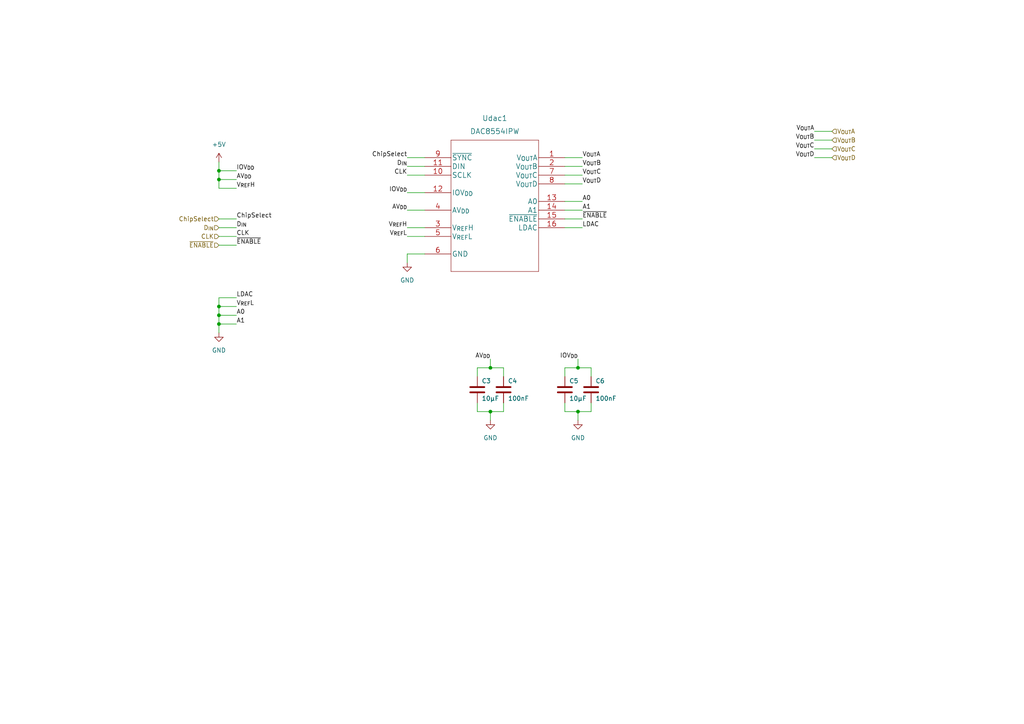
<source format=kicad_sch>
(kicad_sch (version 20211123) (generator eeschema)
  (paper "A4")
  (lib_symbols
    (symbol "DAC8554:DAC8554IPW" (pin_names (offset 0.254))
      (property "Reference" "U" (at 0 24.13 0))
      (property "Value" "DAC8554IPW" (at 0 21.59 0))
      (symbol "DAC8554IPW_1_1"
        (polyline (pts (xy -12.7 -19.05) (xy 12.7 -19.05)) (stroke (width 0.127)))
        (polyline (pts (xy -12.7 19.05) (xy -12.7 -19.05)) (stroke (width 0.127)))
        (polyline (pts (xy 12.7 -19.05) (xy 12.7 19.05)) (stroke (width 0.127)))
        (polyline (pts (xy 12.7 19.05) (xy -12.7 19.05)) (stroke (width 0.127)))
        (pin output line (at 20.32 13.97 180) (length 7.62) (name "V_{OUT}A") (number "1"))
        (pin input line (at -20.32 8.89 0) (length 7.62) (name "SCLK") (number "10"))
        (pin input line (at -20.32 11.43 0) (length 7.62) (name "DIN") (number "11"))
        (pin power_in line (at -20.32 3.81 0) (length 7.62) (name "IOV_{DD}") (number "12"))
        (pin unspecified line (at 20.32 1.27 180) (length 7.62) (name "A0") (number "13"))
        (pin unspecified line (at 20.32 -1.27 180) (length 7.62) (name "A1") (number "14"))
        (pin unspecified line (at 20.32 -3.81 180) (length 7.62) (name "~{ENABLE}") (number "15"))
        (pin unspecified line (at 20.32 -6.35 180) (length 7.62) (name "LDAC") (number "16"))
        (pin output line (at 20.32 11.43 180) (length 7.62) (name "V_{OUT}B") (number "2"))
        (pin input line (at -20.32 -6.35 0) (length 7.62) (name "V_{REF}H") (number "3"))
        (pin power_in line (at -20.32 -1.27 0) (length 7.62) (name "AV_{DD}") (number "4"))
        (pin input line (at -20.32 -8.89 0) (length 7.62) (name "V_{REF}L") (number "5"))
        (pin power_in line (at -20.32 -13.97 0) (length 7.62) (name "GND") (number "6"))
        (pin output line (at 20.32 8.89 180) (length 7.62) (name "V_{OUT}C") (number "7"))
        (pin output line (at 20.32 6.35 180) (length 7.62) (name "V_{OUT}D") (number "8"))
        (pin input line (at -20.32 13.97 0) (length 7.62) (name "~{SYNC}") (number "9"))
      )
    )
    (symbol "Device:C" (pin_numbers hide) (pin_names (offset 0.254))
      (property "Reference" "C" (at 0.635 2.54 0))
      (property "Value" "C" (at 0.635 -2.54 0))
      (symbol "C_0_1"
        (polyline (pts (xy -2.032 -0.762) (xy 2.032 -0.762)) (stroke (width 0.508)))
        (polyline (pts (xy -2.032 0.762) (xy 2.032 0.762)) (stroke (width 0.508)))
      )
      (symbol "C_1_1"
        (pin passive line (at 0 3.81 270) (length 2.794) (name "~") (number "1"))
        (pin passive line (at 0 -3.81 90) (length 2.794) (name "~") (number "2"))
      )
    )
    (symbol "power:+5V" (power) (pin_names (offset 0))
      (property "Value" "+5V" (at 0 3.556 0))
      (symbol "+5V_0_1"
        (polyline (pts (xy -0.762 1.27) (xy 0 2.54)))
        (polyline (pts (xy 0 0) (xy 0 2.54)))
        (polyline (pts (xy 0 2.54) (xy 0.762 1.27)))
      )
      (symbol "+5V_1_1"
        (pin power_in line (at 0 0 90) (length 0) hide (name "+5V") (number "1"))
      )
    )
    (symbol "power:GND" (power) (pin_names (offset 0))
      (property "Value" "GND" (at 0 -3.81 0))
      (symbol "GND_0_1"
        (polyline (pts (xy 0 0) (xy 0 -1.27) (xy 1.27 -1.27) (xy 0 -2.54) (xy -1.27 -1.27) (xy 0 -1.27)))
      )
      (symbol "GND_1_1"
        (pin power_in line (at 0 0 270) (length 0) hide (name "GND") (number "1"))
      )
    )
  )
  (junction (at 63.5 93.98))
  (junction (at 63.5 88.9))
  (junction (at 167.64 119.38))
  (junction (at 142.24 106.68))
  (junction (at 167.64 106.68))
  (junction (at 63.5 91.44))
  (junction (at 63.5 49.53))
  (junction (at 63.5 52.07))
  (junction (at 142.24 119.38))
  (wire (pts (xy 63.5 86.36) (xy 63.5 88.9)))
  (wire (pts (xy 118.11 66.04) (xy 123.19 66.04)))
  (wire (pts (xy 63.5 52.07) (xy 63.5 54.61)))
  (wire (pts (xy 118.11 73.66) (xy 118.11 76.2)))
  (wire (pts (xy 167.64 119.38) (xy 167.64 121.92)))
  (wire (pts (xy 63.5 93.98) (xy 63.5 96.52)))
  (wire (pts (xy 163.83 66.04) (xy 168.91 66.04)))
  (wire (pts (xy 163.83 109.22) (xy 163.83 106.68)))
  (wire (pts (xy 63.5 91.44) (xy 68.58 91.44)))
  (wire (pts (xy 138.43 116.84) (xy 138.43 119.38)))
  (wire (pts (xy 241.3 40.64) (xy 236.22 40.64)))
  (wire (pts (xy 138.43 106.68) (xy 142.24 106.68)))
  (wire (pts (xy 63.5 93.98) (xy 68.58 93.98)))
  (wire (pts (xy 171.45 106.68) (xy 171.45 109.22)))
  (wire (pts (xy 138.43 109.22) (xy 138.43 106.68)))
  (wire (pts (xy 142.24 104.14) (xy 142.24 106.68)))
  (wire (pts (xy 163.83 58.42) (xy 168.91 58.42)))
  (wire (pts (xy 68.58 68.58) (xy 63.5 68.58)))
  (wire (pts (xy 138.43 119.38) (xy 142.24 119.38)))
  (wire (pts (xy 118.11 73.66) (xy 123.19 73.66)))
  (wire (pts (xy 163.83 45.72) (xy 168.91 45.72)))
  (wire (pts (xy 163.83 116.84) (xy 163.83 119.38)))
  (wire (pts (xy 163.83 48.26) (xy 168.91 48.26)))
  (wire (pts (xy 68.58 54.61) (xy 63.5 54.61)))
  (wire (pts (xy 142.24 119.38) (xy 142.24 121.92)))
  (wire (pts (xy 63.5 46.99) (xy 63.5 49.53)))
  (wire (pts (xy 63.5 86.36) (xy 68.58 86.36)))
  (wire (pts (xy 118.11 45.72) (xy 123.19 45.72)))
  (wire (pts (xy 68.58 49.53) (xy 63.5 49.53)))
  (wire (pts (xy 163.83 50.8) (xy 168.91 50.8)))
  (wire (pts (xy 163.83 119.38) (xy 167.64 119.38)))
  (wire (pts (xy 118.11 60.96) (xy 123.19 60.96)))
  (wire (pts (xy 63.5 91.44) (xy 63.5 93.98)))
  (wire (pts (xy 241.3 38.1) (xy 236.22 38.1)))
  (wire (pts (xy 118.11 50.8) (xy 123.19 50.8)))
  (wire (pts (xy 167.64 106.68) (xy 171.45 106.68)))
  (wire (pts (xy 63.5 88.9) (xy 63.5 91.44)))
  (wire (pts (xy 163.83 106.68) (xy 167.64 106.68)))
  (wire (pts (xy 142.24 119.38) (xy 146.05 119.38)))
  (wire (pts (xy 146.05 119.38) (xy 146.05 116.84)))
  (wire (pts (xy 146.05 106.68) (xy 146.05 109.22)))
  (wire (pts (xy 163.83 53.34) (xy 168.91 53.34)))
  (wire (pts (xy 163.83 63.5) (xy 168.91 63.5)))
  (wire (pts (xy 68.58 52.07) (xy 63.5 52.07)))
  (wire (pts (xy 171.45 119.38) (xy 171.45 116.84)))
  (wire (pts (xy 68.58 66.04) (xy 63.5 66.04)))
  (wire (pts (xy 163.83 60.96) (xy 168.91 60.96)))
  (wire (pts (xy 118.11 48.26) (xy 123.19 48.26)))
  (wire (pts (xy 118.11 55.88) (xy 123.19 55.88)))
  (wire (pts (xy 63.5 49.53) (xy 63.5 52.07)))
  (wire (pts (xy 63.5 71.12) (xy 68.58 71.12)))
  (wire (pts (xy 167.64 119.38) (xy 171.45 119.38)))
  (wire (pts (xy 68.58 88.9) (xy 63.5 88.9)))
  (wire (pts (xy 142.24 106.68) (xy 146.05 106.68)))
  (wire (pts (xy 68.58 63.5) (xy 63.5 63.5)))
  (wire (pts (xy 167.64 104.14) (xy 167.64 106.68)))
  (wire (pts (xy 241.3 43.18) (xy 236.22 43.18)))
  (wire (pts (xy 118.11 68.58) (xy 123.19 68.58)))
  (wire (pts (xy 241.3 45.72) (xy 236.22 45.72)))
  (label "V_{OUT}A" (at 236.22 38.1 180))
  (label "A0" (at 68.58 91.44 0))
  (label "ChipSelect" (at 118.11 45.72 180))
  (label "A1" (at 168.91 60.96 0))
  (label "CLK" (at 118.11 50.8 180))
  (label "V_{REF}L" (at 118.11 68.58 180))
  (label "IOV_{DD}" (at 68.58 49.53 0))
  (label "V_{OUT}B" (at 168.91 48.26 0))
  (label "IOV_{DD}" (at 118.11 55.88 180))
  (label "V_{OUT}A" (at 168.91 45.72 0))
  (label "~{ENABLE}" (at 68.58 71.12 0))
  (label "V_{REF}H" (at 68.58 54.61 0))
  (label "LDAC" (at 168.91 66.04 0))
  (label "V_{REF}L" (at 68.58 88.9 0))
  (label "V_{OUT}C" (at 236.22 43.18 180))
  (label "CLK" (at 68.58 68.58 0))
  (label "AV_{DD}" (at 118.11 60.96 180))
  (label "~{ENABLE}" (at 168.91 63.5 0))
  (label "V_{OUT}B" (at 236.22 40.64 180))
  (label "V_{REF}H" (at 118.11 66.04 180))
  (label "AV_{DD}" (at 142.24 104.14 180))
  (label "D_{IN}" (at 68.58 66.04 0))
  (label "D_{IN}" (at 118.11 48.26 180))
  (label "IOV_{DD}" (at 167.64 104.14 180))
  (label "AV_{DD}" (at 68.58 52.07 0))
  (label "V_{OUT}D" (at 236.22 45.72 180))
  (label "V_{OUT}D" (at 168.91 53.34 0))
  (label "LDAC" (at 68.58 86.36 0))
  (label "V_{OUT}C" (at 168.91 50.8 0))
  (label "A1" (at 68.58 93.98 0))
  (label "A0" (at 168.91 58.42 0))
  (label "ChipSelect" (at 68.58 63.5 0))
  (hierarchical_label "~{ENABLE}" (shape input) (at 63.5 71.12 180))
  (hierarchical_label "V_{OUT}B" (shape input) (at 241.3 40.64 0))
  (hierarchical_label "D_{IN}" (shape input) (at 63.5 66.04 180))
  (hierarchical_label "V_{OUT}A" (shape input) (at 241.3 38.1 0))
  (hierarchical_label "CLK" (shape input) (at 63.5 68.58 180))
  (hierarchical_label "V_{OUT}D" (shape input) (at 241.3 45.72 0))
  (hierarchical_label "ChipSelect" (shape input) (at 63.5 63.5 180))
  (hierarchical_label "V_{OUT}C" (shape input) (at 241.3 43.18 0))
  (symbol (lib_id "Device:C") (at 138.43 113.03 0) (unit 1)
    (property "Reference" "C3" (at 139.7 110.49 0) (effects (justify left)))
    (property "Value" "10µF" (at 139.7 115.57 0) (effects (justify left)))
    (property "Footprint" "Capacitor_SMD:C_0603_1608Metric_Pad1.08x0.95mm_HandSolder" (effects hide))
  )
  (symbol (lib_id "Device:C") (at 146.05 113.03 0) (unit 1)
    (property "Reference" "C4" (at 147.32 110.49 0) (effects (justify left)))
    (property "Value" "100nF" (at 147.32 115.57 0) (effects (justify left)))
    (property "Footprint" "Capacitor_SMD:C_0603_1608Metric_Pad1.08x0.95mm_HandSolder" (effects hide))
  )
  (symbol (lib_id "power:GND") (at 63.5 96.52 0) (unit 1)
    (property "Reference" "#PWR08" (effects hide))
    (property "Value" "GND" (at 63.5 101.6 0))
  )
  (symbol (lib_id "power:GND") (at 142.24 121.92 0) (unit 1)
    (property "Reference" "#PWR02" (effects hide))
    (property "Value" "GND" (at 142.24 127 0))
  )
  (symbol (lib_id "Device:C") (at 163.83 113.03 0) (unit 1)
    (property "Reference" "C5" (at 165.1 110.49 0) (effects (justify left)))
    (property "Value" "10µF" (at 165.1 115.57 0) (effects (justify left)))
    (property "Footprint" "Capacitor_SMD:C_0603_1608Metric_Pad1.08x0.95mm_HandSolder" (effects hide))
  )
  (symbol (lib_id "power:GND") (at 167.64 121.92 0) (unit 1)
    (property "Reference" "#PWR03" (effects hide))
    (property "Value" "GND" (at 167.64 127 0))
  )
  (symbol (lib_id "power:GND") (at 118.11 76.2 0) (unit 1)
    (property "Reference" "#PWR07" (effects hide))
    (property "Value" "GND" (at 118.11 81.28 0))
  )
  (symbol (lib_id "DAC8554:DAC8554IPW") (at 143.51 59.69 0) (unit 1)
    (property "Reference" "Udac1" (at 143.51 34.29 0) (effects (font (size 1.524 1.524))))
    (property "Value" "DAC8554IPW" (at 143.51 38.1 0) (effects (font (size 1.524 1.524))))
    (property "Footprint" "Package_SO:TSSOP-16_4.4x5mm_P0.65mm" (effects hide))
    (property "Datasheet" "https://www.ti.com/lit/ds/symlink/dac8554.pdf" (effects hide))
  )
  (symbol (lib_id "Device:C") (at 171.45 113.03 0) (unit 1)
    (property "Reference" "C6" (at 172.72 110.49 0) (effects (justify left)))
    (property "Value" "100nF" (at 172.72 115.57 0) (effects (justify left)))
    (property "Footprint" "Capacitor_SMD:C_0603_1608Metric_Pad1.08x0.95mm_HandSolder" (effects hide))
  )
  (symbol (lib_id "power:+5V") (at 63.5 46.99 0) (unit 1)
    (property "Reference" "#PWR06" (effects hide))
    (property "Value" "+5V" (at 63.5 41.91 0))
  )
)
</source>
